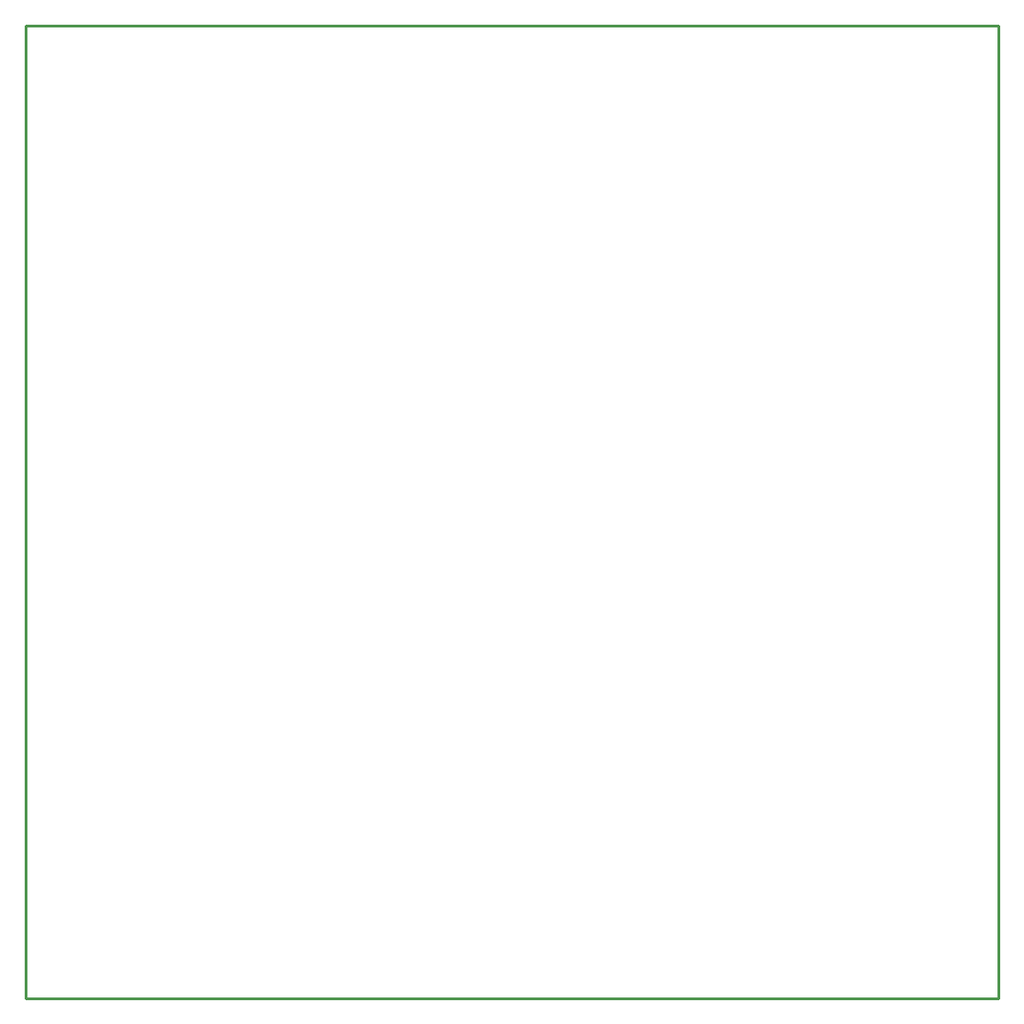
<source format=gko>
%FSTAX24Y24*%
%MOIN*%
G70*
G01*
G75*
G04 Layer_Color=16711935*
%ADD10R,0.2200X0.0900*%
%ADD11R,0.0315X0.0374*%
%ADD12R,0.0551X0.1181*%
%ADD13R,0.3937X0.3937*%
%ADD14R,0.1575X0.2165*%
%ADD15R,0.0374X0.1004*%
%ADD16R,0.1299X0.1004*%
%ADD17R,0.0374X0.0315*%
%ADD18R,0.0630X0.0630*%
%ADD19R,0.0630X0.0630*%
%ADD20R,0.1575X0.0591*%
%ADD21R,0.1500X0.1100*%
%ADD22R,0.0394X0.1300*%
%ADD23R,0.4300X0.4500*%
%ADD24O,0.0236X0.0945*%
%ADD25R,0.0236X0.0945*%
%ADD26O,0.0709X0.0118*%
%ADD27O,0.0118X0.0709*%
G04:AMPARAMS|DCode=28|XSize=59.1mil|YSize=39.4mil|CornerRadius=0mil|HoleSize=0mil|Usage=FLASHONLY|Rotation=90.000|XOffset=0mil|YOffset=0mil|HoleType=Round|Shape=Octagon|*
%AMOCTAGOND28*
4,1,8,0.0098,0.0295,-0.0098,0.0295,-0.0197,0.0197,-0.0197,-0.0197,-0.0098,-0.0295,0.0098,-0.0295,0.0197,-0.0197,0.0197,0.0197,0.0098,0.0295,0.0*
%
%ADD28OCTAGOND28*%

%ADD29R,0.0394X0.0591*%
%ADD30R,0.0472X0.0256*%
G04:AMPARAMS|DCode=31|XSize=21.7mil|YSize=47.2mil|CornerRadius=0mil|HoleSize=0mil|Usage=FLASHONLY|Rotation=0.000|XOffset=0mil|YOffset=0mil|HoleType=Round|Shape=Octagon|*
%AMOCTAGOND31*
4,1,8,-0.0054,0.0236,0.0054,0.0236,0.0108,0.0182,0.0108,-0.0182,0.0054,-0.0236,-0.0054,-0.0236,-0.0108,-0.0182,-0.0108,0.0182,-0.0054,0.0236,0.0*
%
%ADD31OCTAGOND31*%

%ADD32R,0.0217X0.0472*%
%ADD33R,0.0866X0.0236*%
%ADD34O,0.0866X0.0236*%
%ADD35C,0.0100*%
%ADD36C,0.0200*%
%ADD37C,0.0550*%
%ADD38C,0.0600*%
%ADD39C,0.0250*%
%ADD40C,0.0300*%
%ADD41C,0.0400*%
%ADD42C,0.2362*%
%ADD43C,0.0984*%
%ADD44R,0.0551X0.0551*%
%ADD45C,0.0551*%
%ADD46C,0.1181*%
%ADD47C,0.0700*%
%ADD48C,0.0320*%
%ADD49C,0.0500*%
%ADD50C,0.0098*%
%ADD51C,0.0079*%
%ADD52C,0.0236*%
%ADD53C,0.0050*%
%ADD54C,0.0040*%
%ADD55C,0.0157*%
%ADD56R,0.2280X0.0980*%
%ADD57R,0.0395X0.0454*%
%ADD58R,0.0631X0.1261*%
%ADD59R,0.4017X0.4017*%
%ADD60R,0.1655X0.2245*%
%ADD61R,0.0454X0.1084*%
%ADD62R,0.1379X0.1084*%
%ADD63R,0.0454X0.0395*%
%ADD64R,0.0710X0.0710*%
%ADD65R,0.0710X0.0710*%
%ADD66R,0.1655X0.0671*%
%ADD67R,0.1580X0.1180*%
%ADD68R,0.0474X0.1380*%
%ADD69R,0.4380X0.4580*%
%ADD70O,0.0316X0.1025*%
%ADD71R,0.0316X0.1025*%
%ADD72O,0.0789X0.0198*%
%ADD73O,0.0198X0.0789*%
G04:AMPARAMS|DCode=74|XSize=67.1mil|YSize=47.4mil|CornerRadius=0mil|HoleSize=0mil|Usage=FLASHONLY|Rotation=90.000|XOffset=0mil|YOffset=0mil|HoleType=Round|Shape=Octagon|*
%AMOCTAGOND74*
4,1,8,0.0118,0.0335,-0.0118,0.0335,-0.0237,0.0217,-0.0237,-0.0217,-0.0118,-0.0335,0.0118,-0.0335,0.0237,-0.0217,0.0237,0.0217,0.0118,0.0335,0.0*
%
%ADD74OCTAGOND74*%

%ADD75R,0.0474X0.0671*%
%ADD76R,0.0552X0.0336*%
G04:AMPARAMS|DCode=77|XSize=25.6mil|YSize=51.2mil|CornerRadius=0mil|HoleSize=0mil|Usage=FLASHONLY|Rotation=0.000|XOffset=0mil|YOffset=0mil|HoleType=Round|Shape=Octagon|*
%AMOCTAGOND77*
4,1,8,-0.0064,0.0256,0.0064,0.0256,0.0128,0.0192,0.0128,-0.0192,0.0064,-0.0256,-0.0064,-0.0256,-0.0128,-0.0192,-0.0128,0.0192,-0.0064,0.0256,0.0*
%
%ADD77OCTAGOND77*%

%ADD78R,0.0256X0.0512*%
%ADD79R,0.0946X0.0316*%
%ADD80O,0.0946X0.0316*%
%ADD81C,0.2442*%
%ADD82C,0.1064*%
%ADD83R,0.0631X0.0631*%
%ADD84C,0.0631*%
%ADD85C,0.1261*%
%ADD86C,0.0780*%
%ADD87C,0.0400*%
%ADD88C,0.0580*%
D35*
X01305Y016142D02*
Y051575D01*
Y016142D02*
X048483D01*
Y051575D01*
X01305D02*
X048483D01*
M02*

</source>
